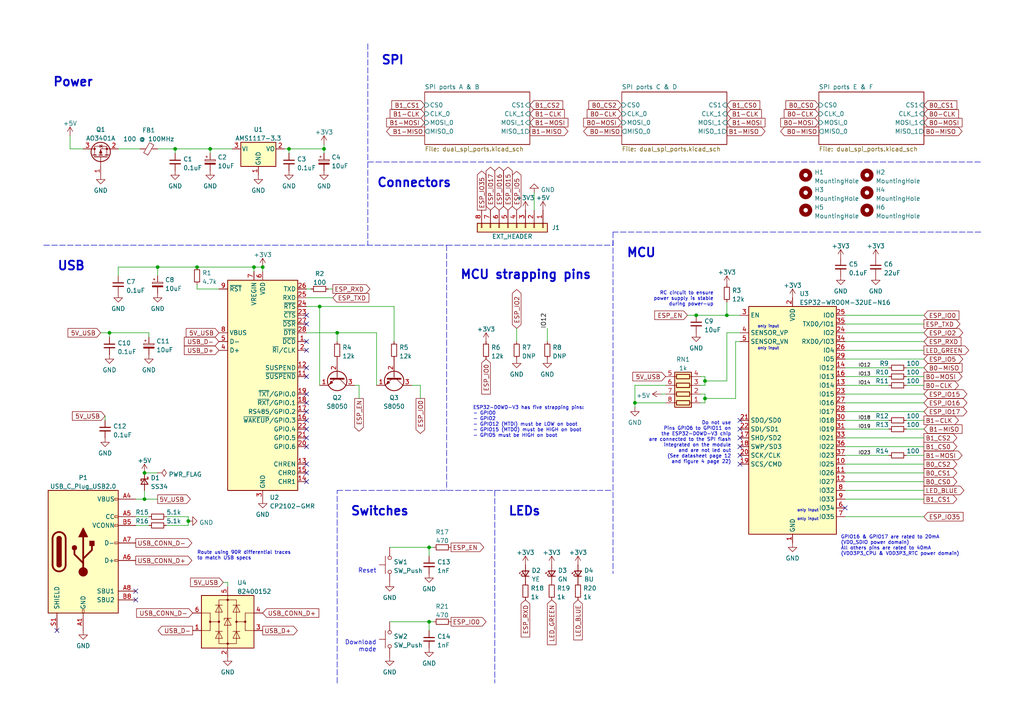
<source format=kicad_sch>
(kicad_sch (version 20211123) (generator eeschema)
  (paper "A4")
  (title_block (title "ESP32 SPI hub") (date "2022-07-05") (rev "1.0") (company "LGR"))
  (junction (at 93.98 43.18))
  (junction (at 97.79 96.52))
  (junction (at 92.71 88.9))
  (junction (at 31.75 96.52))
  (junction (at 76.2 77.47))
  (junction (at 54.61 151.13))
  (junction (at 210.82 91.44))
  (junction (at 124.46 180.34))
  (junction (at 57.15 77.47))
  (junction (at 204.47 115.57))
  (junction (at 50.8 43.18))
  (junction (at 60.96 43.18))
  (junction (at 83.82 43.18))
  (junction (at 204.47 110.49))
  (junction (at 73.66 77.47))
  (junction (at 201.93 91.44))
  (junction (at 184.15 116.84))
  (junction (at 41.91 144.78))
  (junction (at 41.91 137.16))
  (junction (at 124.46 158.75))
  (junction (at 45.72 77.47))
  (no_connect (at 39.37 173.99))
  (no_connect (at 39.37 171.45))
  (no_connect (at 214.63 129.54))
  (no_connect (at 214.63 121.92))
  (no_connect (at 214.63 124.46))
  (no_connect (at 214.63 134.62))
  (no_connect (at 214.63 127))
  (no_connect (at 214.63 132.08))
  (no_connect (at 245.11 147.32))
  (no_connect (at 16.51 182.88))
  (no_connect (at 88.9 121.92))
  (no_connect (at 88.9 129.54))
  (no_connect (at 88.9 119.38))
  (no_connect (at 88.9 124.46))
  (no_connect (at 88.9 127))
  (no_connect (at 88.9 139.7))
  (no_connect (at 88.9 134.62))
  (no_connect (at 88.9 137.16))
  (no_connect (at 88.9 109.22))
  (no_connect (at 88.9 101.6))
  (no_connect (at 88.9 114.3))
  (no_connect (at 88.9 106.68))
  (no_connect (at 88.9 99.06))
  (no_connect (at 88.9 116.84))
  (no_connect (at 88.9 93.98))
  (no_connect (at 88.9 91.44))
  (wire (pts (xy 41.91 144.78) (xy 39.37 144.78)))
  (wire (pts (xy 245.11 119.38) (xy 267.97 119.38)))
  (wire (pts (xy 191.77 114.3) (xy 193.04 114.3)))
  (wire (pts (xy 93.98 43.18) (xy 83.82 43.18)))
  (wire (pts (xy 114.3 99.06) (xy 114.3 88.9)))
  (wire (pts (xy 214.63 99.06) (xy 213.36 99.06)))
  (wire (pts (xy 262.89 132.08) (xy 267.97 132.08)))
  (wire (pts (xy 245.11 91.44) (xy 267.97 91.44)))
  (wire (pts (xy 184.15 116.84) (xy 184.15 118.11)))
  (wire (pts (xy 213.36 115.57) (xy 204.47 115.57)))
  (wire (pts (xy 245.11 109.22) (xy 257.81 109.22)))
  (wire (pts (xy 88.9 86.36) (xy 96.52 86.36)))
  (wire (pts (xy 109.22 111.76) (xy 109.22 96.52)))
  (wire (pts (xy 245.11 106.68) (xy 257.81 106.68)))
  (wire (pts (xy 203.2 116.84) (xy 204.47 116.84)))
  (wire (pts (xy 203.2 111.76) (xy 204.47 111.76)))
  (polyline (pts (xy 284.48 67.31) (xy 177.8 67.31)))
  (wire (pts (xy 154.94 55.88) (xy 154.94 60.96)))
  (wire (pts (xy 245.11 101.6) (xy 267.97 101.6)))
  (wire (pts (xy 203.2 109.22) (xy 204.47 109.22)))
  (wire (pts (xy 245.11 121.92) (xy 257.81 121.92)))
  (wire (pts (xy 93.98 41.91) (xy 93.98 43.18)))
  (wire (pts (xy 45.72 144.78) (xy 41.91 144.78)))
  (wire (pts (xy 83.82 43.18) (xy 83.82 44.45)))
  (wire (pts (xy 245.11 104.14) (xy 267.97 104.14)))
  (wire (pts (xy 54.61 149.86) (xy 54.61 151.13)))
  (wire (pts (xy 124.46 158.75) (xy 113.03 158.75)))
  (wire (pts (xy 34.29 77.47) (xy 45.72 77.47)))
  (wire (pts (xy 204.47 115.57) (xy 204.47 114.3)))
  (wire (pts (xy 109.22 96.52) (xy 97.79 96.52)))
  (wire (pts (xy 45.72 77.47) (xy 45.72 80.01)))
  (wire (pts (xy 245.11 99.06) (xy 267.97 99.06)))
  (polyline (pts (xy 106.68 46.99) (xy 284.48 46.99)))
  (wire (pts (xy 245.11 116.84) (xy 267.97 116.84)))
  (wire (pts (xy 125.73 158.75) (xy 124.46 158.75)))
  (wire (pts (xy 262.89 124.46) (xy 267.97 124.46)))
  (wire (pts (xy 39.37 149.86) (xy 43.18 149.86)))
  (wire (pts (xy 73.66 78.74) (xy 73.66 77.47)))
  (wire (pts (xy 73.66 77.47) (xy 76.2 77.47)))
  (wire (pts (xy 262.89 109.22) (xy 267.97 109.22)))
  (wire (pts (xy 203.2 114.3) (xy 204.47 114.3)))
  (wire (pts (xy 245.11 111.76) (xy 257.81 111.76)))
  (wire (pts (xy 245.11 129.54) (xy 267.97 129.54)))
  (polyline (pts (xy 97.79 198.12) (xy 97.79 142.24)))
  (wire (pts (xy 97.79 96.52) (xy 97.79 99.06)))
  (wire (pts (xy 121.92 115.57) (xy 121.92 111.76)))
  (wire (pts (xy 204.47 109.22) (xy 204.47 110.49)))
  (wire (pts (xy 50.8 44.45) (xy 50.8 43.18)))
  (wire (pts (xy 199.39 91.44) (xy 201.93 91.44)))
  (wire (pts (xy 31.75 96.52) (xy 43.18 96.52)))
  (wire (pts (xy 210.82 96.52) (xy 210.82 110.49)))
  (wire (pts (xy 104.14 111.76) (xy 102.87 111.76)))
  (wire (pts (xy 184.15 111.76) (xy 184.15 116.84)))
  (wire (pts (xy 262.89 111.76) (xy 267.97 111.76)))
  (wire (pts (xy 125.73 180.34) (xy 124.46 180.34)))
  (wire (pts (xy 245.11 127) (xy 267.97 127)))
  (wire (pts (xy 43.18 96.52) (xy 43.18 97.79)))
  (wire (pts (xy 214.63 96.52) (xy 210.82 96.52)))
  (wire (pts (xy 93.98 44.45) (xy 93.98 43.18)))
  (wire (pts (xy 50.8 43.18) (xy 60.96 43.18)))
  (wire (pts (xy 48.26 149.86) (xy 54.61 149.86)))
  (wire (pts (xy 124.46 158.75) (xy 124.46 161.29)))
  (wire (pts (xy 88.9 83.82) (xy 90.17 83.82)))
  (wire (pts (xy 92.71 88.9) (xy 92.71 111.76)))
  (wire (pts (xy 48.26 152.4) (xy 54.61 152.4)))
  (polyline (pts (xy 143.51 142.24) (xy 143.51 198.12)))
  (polyline (pts (xy 177.8 71.12) (xy 177.8 69.85)))
  (wire (pts (xy 245.11 142.24) (xy 267.97 142.24)))
  (wire (pts (xy 124.46 180.34) (xy 113.03 180.34)))
  (wire (pts (xy 39.37 152.4) (xy 43.18 152.4)))
  (wire (pts (xy 201.93 91.44) (xy 210.82 91.44)))
  (wire (pts (xy 95.25 83.82) (xy 96.52 83.82)))
  (wire (pts (xy 30.48 120.65) (xy 30.48 121.92)))
  (wire (pts (xy 57.15 83.82) (xy 63.5 83.82)))
  (wire (pts (xy 245.11 124.46) (xy 257.81 124.46)))
  (wire (pts (xy 262.89 106.68) (xy 267.97 106.68)))
  (wire (pts (xy 210.82 91.44) (xy 214.63 91.44)))
  (wire (pts (xy 60.96 43.18) (xy 60.96 44.45)))
  (wire (pts (xy 158.75 95.25) (xy 158.75 99.06)))
  (wire (pts (xy 20.32 39.37) (xy 20.32 43.18)))
  (polyline (pts (xy 12.7 71.12) (xy 129.54 71.12)))
  (polyline (pts (xy 97.79 142.24) (xy 143.51 142.24)))
  (wire (pts (xy 245.11 144.78) (xy 267.97 144.78)))
  (wire (pts (xy 204.47 116.84) (xy 204.47 115.57)))
  (wire (pts (xy 193.04 111.76) (xy 184.15 111.76)))
  (wire (pts (xy 83.82 43.18) (xy 82.55 43.18)))
  (wire (pts (xy 66.04 168.91) (xy 66.04 170.18)))
  (wire (pts (xy 54.61 152.4) (xy 54.61 151.13)))
  (wire (pts (xy 245.11 93.98) (xy 267.97 93.98)))
  (wire (pts (xy 88.9 88.9) (xy 92.71 88.9)))
  (wire (pts (xy 245.11 149.86) (xy 267.97 149.86)))
  (wire (pts (xy 124.46 180.34) (xy 124.46 182.88)))
  (wire (pts (xy 45.72 77.47) (xy 57.15 77.47)))
  (wire (pts (xy 104.14 115.57) (xy 104.14 111.76)))
  (wire (pts (xy 210.82 110.49) (xy 204.47 110.49)))
  (wire (pts (xy 76.2 78.74) (xy 76.2 77.47)))
  (wire (pts (xy 149.86 95.25) (xy 149.86 99.06)))
  (polyline (pts (xy 129.54 71.12) (xy 177.8 71.12)))
  (wire (pts (xy 184.15 116.84) (xy 193.04 116.84)))
  (polyline (pts (xy 143.51 142.24) (xy 177.8 142.24)))
  (wire (pts (xy 60.96 43.18) (xy 67.31 43.18)))
  (wire (pts (xy 213.36 99.06) (xy 213.36 115.57)))
  (wire (pts (xy 121.92 111.76) (xy 119.38 111.76)))
  (wire (pts (xy 41.91 142.24) (xy 41.91 144.78)))
  (wire (pts (xy 45.72 43.18) (xy 50.8 43.18)))
  (polyline (pts (xy 106.68 12.7) (xy 106.68 71.12)))
  (wire (pts (xy 245.11 139.7) (xy 267.97 139.7)))
  (wire (pts (xy 34.29 43.18) (xy 40.64 43.18)))
  (wire (pts (xy 64.77 168.91) (xy 66.04 168.91)))
  (wire (pts (xy 57.15 77.47) (xy 73.66 77.47)))
  (wire (pts (xy 34.29 80.01) (xy 34.29 77.47)))
  (wire (pts (xy 114.3 88.9) (xy 92.71 88.9)))
  (wire (pts (xy 57.15 82.55) (xy 57.15 83.82)))
  (wire (pts (xy 245.11 132.08) (xy 257.81 132.08)))
  (wire (pts (xy 245.11 134.62) (xy 267.97 134.62)))
  (wire (pts (xy 31.75 96.52) (xy 31.75 97.79)))
  (wire (pts (xy 20.32 43.18) (xy 24.13 43.18)))
  (polyline (pts (xy 129.54 71.12) (xy 129.54 142.24)))
  (wire (pts (xy 29.21 96.52) (xy 31.75 96.52)))
  (wire (pts (xy 245.11 96.52) (xy 267.97 96.52)))
  (wire (pts (xy 245.11 114.3) (xy 267.97 114.3)))
  (polyline (pts (xy 177.8 67.31) (xy 177.8 166.37)))
  (wire (pts (xy 245.11 137.16) (xy 267.97 137.16)))
  (wire (pts (xy 88.9 96.52) (xy 97.79 96.52)))
  (wire (pts (xy 45.72 137.16) (xy 41.91 137.16)))
  (wire (pts (xy 204.47 110.49) (xy 204.47 111.76)))
  (wire (pts (xy 262.89 121.92) (xy 267.97 121.92)))
  (wire (pts (xy 210.82 87.63) (xy 210.82 91.44)))
  (text "only input" (at 219.71 95.25 0) (effects (font (size 0.8 0.8)) (justify left bottom)))
  (text "only input" (at 237.49 148.59 180) (effects (font (size 0.8 0.8)) (justify right bottom)))
  (text "MCU strapping pins" (at 133.35 81.28 0) (effects (font (size 2.54 2.54) (thickness 0.508) bold) (justify left bottom)))
  (text "Power" (at 15.24 25.4 0) (effects (font (size 2.54 2.54) (thickness 0.508) bold) (justify left bottom)))
  (text "only input" (at 237.49 151.13 180) (effects (font (size 0.8 0.8)) (justify right bottom)))
  (text "Download\nmode" (at 109.22 189.23 180) (effects (font (size 1.27 1.27)) (justify right bottom)))
  (text "GPIO16 & GPIO17 are rated to 20mA\n(VDD_SDIO power domain)\nAll others pins are rated to 40mA\n(VDD3P3_CPU & VDD3P3_RTC power domain)" (at 243.84 161.29 0) (effects (font (size 1 1)) (justify left bottom)))
  (text "Connectors" (at 109.22 54.61 0) (effects (font (size 2.54 2.54) (thickness 0.508) bold) (justify left bottom)))
  (text "Route using 90R differential traces\nto match USB specs" (at 57.15 162.56 0) (effects (font (size 1 1)) (justify left bottom)))
  (text "Reset" (at 109.22 166.37 180) (effects (font (size 1.27 1.27)) (justify right bottom)))
  (text "MCU" (at 181.61 74.93 0) (effects (font (size 2.54 2.54) (thickness 0.508) bold) (justify left bottom)))
  (text "USB" (at 16.51 78.74 0) (effects (font (size 2.54 2.54) (thickness 0.508) bold) (justify left bottom)))
  (text "RC circuit to ensure\npower supply is stable\nduring power-up" (at 207.01 88.9 0) (effects (font (size 1 1)) (justify right bottom)))
  (text "SPI" (at 110.49 19.05 0) (effects (font (size 2.54 2.54) (thickness 0.508) bold) (justify left bottom)))
  (text "ESP32-D0WD-V3 has five strapping pins:\n- GPIO0\n- GPIO2\n- GPIO12 (MTDI) must be LOW on boot\n- GPIO15 (MTDO) must be HIGH on boot\n- GPIO5 must be HIGH on boot" (at 137.16 127 0) (effects (font (size 1 1)) (justify left bottom)))
  (text "Switches" (at 101.6 149.86 0) (effects (font (size 2.54 2.54) (thickness 0.508) bold) (justify left bottom)))
  (text "Do not use\nPins GPIO6 to GPIO11 on\nthe ESP32-D0WD-V3 chip\nare connected to the SPI flash\nintegrated on the module\nand are not led out\n(See datasheet page 12\nand figure 4 page 22)" (at 212.09 134.62 0) (effects (font (size 1 1)) (justify right bottom)))
  (text "only input" (at 219.71 101.6 0) (effects (font (size 0.8 0.8)) (justify left bottom)))
  (text "LEDs" (at 147.32 149.86 0) (effects (font (size 2.54 2.54) (thickness 0.508) bold) (justify left bottom)))
  (label "IO12" (at 248.92 106.68 0) (effects (font (size 1 1))))
  (label "IO14" (at 248.92 111.76 0) (effects (font (size 1 1))))
  (label "IO13" (at 248.92 109.22 0) (effects (font (size 1 1))))
  (label "IO18" (at 248.92 121.92 0) (effects (font (size 1 1))))
  (label "IO19" (at 248.92 124.46 0) (effects (font (size 1 1))))
  (label "IO23" (at 248.92 132.08 0) (effects (font (size 1 1))))
  (label "IO12" (at 158.75 95.25 90))
  (global_label "B0-CLK" (shape input) (at 180.34 33.02 180) (property "Intersheet References" "${INTERSHEET_REFS}" (effects hide)))
  (global_label "ESP_RXD" (shape input) (at 152.4 173.99 270) (property "Intersheet References" "${INTERSHEET_REFS}" (effects hide)))
  (global_label "B1-MOSI" (shape input) (at 210.82 35.56 0) (property "Intersheet References" "${INTERSHEET_REFS}" (effects hide)))
  (global_label "USB_CONN_D-" (shape input) (at 55.88 177.8 180) (property "Intersheet References" "${INTERSHEET_REFS}" (effects hide)))
  (global_label "ESP_IO16" (shape bidirectional) (at 267.97 116.84 0) (property "Intersheet References" "${INTERSHEET_REFS}" (effects hide)))
  (global_label "LED_BLUE" (shape output) (at 267.97 142.24 0) (property "Intersheet References" "${INTERSHEET_REFS}" (effects hide)))
  (global_label "B1-MISO" (shape output) (at 123.19 38.1 180) (property "Intersheet References" "${INTERSHEET_REFS}" (effects hide)))
  (global_label "B0-CLK" (shape input) (at 267.97 33.02 0) (property "Intersheet References" "${INTERSHEET_REFS}" (effects hide)))
  (global_label "B1_CS1" (shape input) (at 123.19 30.48 180) (property "Intersheet References" "${INTERSHEET_REFS}" (effects hide)))
  (global_label "ESP_IO15" (shape bidirectional) (at 267.97 114.3 0) (property "Intersheet References" "${INTERSHEET_REFS}" (effects hide)))
  (global_label "ESP_IO16" (shape bidirectional) (at 144.78 60.96 90) (property "Intersheet References" "${INTERSHEET_REFS}" (effects hide)))
  (global_label "ESP_IO0" (shape output) (at 121.92 115.57 270) (property "Intersheet References" "${INTERSHEET_REFS}" (effects hide)))
  (global_label "ESP_RXD" (shape output) (at 96.52 83.82 0) (property "Intersheet References" "${INTERSHEET_REFS}" (effects hide)))
  (global_label "ESP_IO0" (shape input) (at 267.97 91.44 0) (property "Intersheet References" "${INTERSHEET_REFS}" (effects hide)))
  (global_label "ESP_IO5" (shape bidirectional) (at 267.97 104.14 0) (property "Intersheet References" "${INTERSHEET_REFS}" (effects hide)))
  (global_label "ESP_IO17" (shape bidirectional) (at 142.24 60.96 90) (property "Intersheet References" "${INTERSHEET_REFS}" (effects hide)))
  (global_label "B0_CS0" (shape input) (at 237.49 30.48 180) (property "Intersheet References" "${INTERSHEET_REFS}" (effects hide)))
  (global_label "5V_USB" (shape input) (at 30.48 120.65 180) (property "Intersheet References" "${INTERSHEET_REFS}" (effects hide)))
  (global_label "USB_D-" (shape output) (at 55.88 182.88 180) (property "Intersheet References" "${INTERSHEET_REFS}" (effects hide)))
  (global_label "ESP_EN" (shape input) (at 199.39 91.44 180) (property "Intersheet References" "${INTERSHEET_REFS}" (effects hide)))
  (global_label "B1_CS0" (shape input) (at 210.82 30.48 0) (property "Intersheet References" "${INTERSHEET_REFS}" (effects hide)))
  (global_label "B1-MOSI" (shape input) (at 123.19 35.56 180) (property "Intersheet References" "${INTERSHEET_REFS}" (effects hide)))
  (global_label "5V_USB" (shape input) (at 64.77 168.91 180) (property "Intersheet References" "${INTERSHEET_REFS}" (effects hide)))
  (global_label "ESP_IO0" (shape output) (at 130.81 180.34 0) (property "Intersheet References" "${INTERSHEET_REFS}" (effects hide)))
  (global_label "B1_CS0" (shape output) (at 267.97 129.54 0) (property "Intersheet References" "${INTERSHEET_REFS}" (effects hide)))
  (global_label "USB_CONN_D+" (shape input) (at 76.2 177.8 0) (property "Intersheet References" "${INTERSHEET_REFS}" (effects hide)))
  (global_label "5V_USB" (shape output) (at 45.72 144.78 0) (property "Intersheet References" "${INTERSHEET_REFS}" (effects hide)))
  (global_label "LED_GREEN" (shape input) (at 160.02 173.99 270) (property "Intersheet References" "${INTERSHEET_REFS}" (effects hide)))
  (global_label "B0-MISO" (shape output) (at 237.49 38.1 180) (property "Intersheet References" "${INTERSHEET_REFS}" (effects hide)))
  (global_label "LED_BLUE" (shape input) (at 167.64 173.99 270) (property "Intersheet References" "${INTERSHEET_REFS}" (effects hide)))
  (global_label "5V_USB" (shape input) (at 193.04 109.22 180) (property "Intersheet References" "${INTERSHEET_REFS}" (effects hide)))
  (global_label "ESP_RXD" (shape input) (at 267.97 99.06 0) (property "Intersheet References" "${INTERSHEET_REFS}" (effects hide)))
  (global_label "B0-CLK" (shape input) (at 237.49 33.02 180) (property "Intersheet References" "${INTERSHEET_REFS}" (effects hide)))
  (global_label "ESP_IO35" (shape output) (at 139.7 60.96 90) (property "Intersheet References" "${INTERSHEET_REFS}" (effects hide)))
  (global_label "B1-MISO" (shape output) (at 153.67 38.1 0) (property "Intersheet References" "${INTERSHEET_REFS}" (effects hide)))
  (global_label "ESP_TXD" (shape input) (at 96.52 86.36 0) (property "Intersheet References" "${INTERSHEET_REFS}" (effects hide)))
  (global_label "B0-MOSI" (shape input) (at 237.49 35.56 180) (property "Intersheet References" "${INTERSHEET_REFS}" (effects hide)))
  (global_label "USB_D-" (shape input) (at 63.5 99.06 180) (property "Intersheet References" "${INTERSHEET_REFS}" (effects hide)))
  (global_label "B0-MISO" (shape output) (at 267.97 38.1 0) (property "Intersheet References" "${INTERSHEET_REFS}" (effects hide)))
  (global_label "USB_CONN_D+" (shape output) (at 39.37 162.56 0) (property "Intersheet References" "${INTERSHEET_REFS}" (effects hide)))
  (global_label "ESP_IO0" (shape input) (at 140.97 104.14 270) (property "Intersheet References" "${INTERSHEET_REFS}" (effects hide)))
  (global_label "B0_CS2" (shape input) (at 180.34 30.48 180) (property "Intersheet References" "${INTERSHEET_REFS}" (effects hide)))
  (global_label "USB_D+" (shape input) (at 63.5 101.6 180) (property "Intersheet References" "${INTERSHEET_REFS}" (effects hide)))
  (global_label "B1-MOSI" (shape output) (at 267.97 132.08 0) (property "Intersheet References" "${INTERSHEET_REFS}" (effects hide)))
  (global_label "ESP_IO17" (shape bidirectional) (at 267.97 119.38 0) (property "Intersheet References" "${INTERSHEET_REFS}" (effects hide)))
  (global_label "B0_CS1" (shape input) (at 267.97 30.48 0) (property "Intersheet References" "${INTERSHEET_REFS}" (effects hide)))
  (global_label "B1_CS1" (shape output) (at 267.97 144.78 0) (property "Intersheet References" "${INTERSHEET_REFS}" (effects hide)))
  (global_label "B1-CLK" (shape input) (at 123.19 33.02 180) (property "Intersheet References" "${INTERSHEET_REFS}" (effects hide)))
  (global_label "B1_CS2" (shape input) (at 153.67 30.48 0) (property "Intersheet References" "${INTERSHEET_REFS}" (effects hide)))
  (global_label "B0-MISO" (shape output) (at 180.34 38.1 180) (property "Intersheet References" "${INTERSHEET_REFS}" (effects hide)))
  (global_label "B1-CLK" (shape output) (at 267.97 121.92 0) (property "Intersheet References" "${INTERSHEET_REFS}" (effects hide)))
  (global_label "B0-MOSI" (shape input) (at 267.97 35.56 0) (property "Intersheet References" "${INTERSHEET_REFS}" (effects hide)))
  (global_label "B0-CLK" (shape output) (at 267.97 111.76 0) (property "Intersheet References" "${INTERSHEET_REFS}" (effects hide)))
  (global_label "ESP_EN" (shape output) (at 104.14 115.57 270) (property "Intersheet References" "${INTERSHEET_REFS}" (effects hide)))
  (global_label "ESP_IO5" (shape bidirectional) (at 149.86 60.96 90) (property "Intersheet References" "${INTERSHEET_REFS}" (effects hide)))
  (global_label "ESP_IO35" (shape input) (at 267.97 149.86 0) (property "Intersheet References" "${INTERSHEET_REFS}" (effects hide)))
  (global_label "B1-CLK" (shape input) (at 153.67 33.02 0) (property "Intersheet References" "${INTERSHEET_REFS}" (effects hide)))
  (global_label "USB_CONN_D-" (shape output) (at 39.37 157.48 0) (property "Intersheet References" "${INTERSHEET_REFS}" (effects hide)))
  (global_label "5V_USB" (shape input) (at 29.21 96.52 180) (property "Intersheet References" "${INTERSHEET_REFS}" (effects hide)))
  (global_label "ESP_IO2" (shape bidirectional) (at 267.97 96.52 0) (property "Intersheet References" "${INTERSHEET_REFS}" (effects hide)))
  (global_label "B0_CS2" (shape output) (at 267.97 134.62 0) (property "Intersheet References" "${INTERSHEET_REFS}" (effects hide)))
  (global_label "B1-MISO" (shape input) (at 267.97 124.46 0) (property "Intersheet References" "${INTERSHEET_REFS}" (effects hide)))
  (global_label "B1-MISO" (shape output) (at 210.82 38.1 0) (property "Intersheet References" "${INTERSHEET_REFS}" (effects hide)))
  (global_label "B1-CLK" (shape input) (at 210.82 33.02 0) (property "Intersheet References" "${INTERSHEET_REFS}" (effects hide)))
  (global_label "B0-MOSI" (shape output) (at 267.97 109.22 0) (property "Intersheet References" "${INTERSHEET_REFS}" (effects hide)))
  (global_label "B0_CS1" (shape output) (at 267.97 137.16 0) (property "Intersheet References" "${INTERSHEET_REFS}" (effects hide)))
  (global_label "ESP_TXD" (shape output) (at 267.97 93.98 0) (property "Intersheet References" "${INTERSHEET_REFS}" (effects hide)))
  (global_label "B0-MOSI" (shape input) (at 180.34 35.56 180) (property "Intersheet References" "${INTERSHEET_REFS}" (effects hide)))
  (global_label "5V_USB" (shape input) (at 63.5 96.52 180) (property "Intersheet References" "${INTERSHEET_REFS}" (effects hide)))
  (global_label "ESP_EN" (shape output) (at 130.81 158.75 0) (property "Intersheet References" "${INTERSHEET_REFS}" (effects hide)))
  (global_label "LED_GREEN" (shape output) (at 267.97 101.6 0) (property "Intersheet References" "${INTERSHEET_REFS}" (effects hide)))
  (global_label "B0-MISO" (shape input) (at 267.97 106.68 0) (property "Intersheet References" "${INTERSHEET_REFS}" (effects hide)))
  (global_label "B1_CS2" (shape output) (at 267.97 127 0) (property "Intersheet References" "${INTERSHEET_REFS}" (effects hide)))
  (global_label "B0_CS0" (shape output) (at 267.97 139.7 0) (property "Intersheet References" "${INTERSHEET_REFS}" (effects hide)))
  (global_label "B1-MOSI" (shape input) (at 153.67 35.56 0) (property "Intersheet References" "${INTERSHEET_REFS}" (effects hide)))
  (global_label "ESP_IO2" (shape bidirectional) (at 149.86 95.25 90) (property "Intersheet References" "${INTERSHEET_REFS}" (effects hide)))
  (global_label "USB_D+" (shape output) (at 76.2 182.88 0) (property "Intersheet References" "${INTERSHEET_REFS}" (effects hide)))
  (global_label "ESP_IO15" (shape bidirectional) (at 147.32 60.96 90) (property "Intersheet References" "${INTERSHEET_REFS}" (effects hide)))
  (symbol (lib_id "Mechanical:MountingHole") (at 233.68 60.96 0) (unit 1)
    (property "Reference" "H5" (at 236.22 60.1253 0) (effects (justify left)))
    (property "Value" "MountingHole" (at 236.22 62.6622 0) (effects (justify left)))
    (property "Footprint" "MountingHole:MountingHole_3mm" (effects hide))
    (property "LCSC" "-" (effects hide))
  )
  (symbol (lib_id "power:GND") (at 83.82 49.53 0) (unit 1)
    (property "Reference" "#PWR05" (effects hide))
    (property "Value" "GND" (at 83.82 53.9734 0))
  )
  (symbol (lib_id "power:GND") (at 154.94 55.88 180) (unit 1)
    (property "Reference" "#PWR09" (effects hide))
    (property "Value" "GND" (at 156.845 55.0438 0) (effects (justify right)))
  )
  (symbol (lib_id "power:GND") (at 34.29 85.09 0) (unit 1)
    (property "Reference" "#PWR018" (effects hide))
    (property "Value" "GND" (at 34.29 89.5334 0))
  )
  (symbol (lib_id "Device:C_Small") (at 30.48 124.46 0) (unit 1)
    (property "Reference" "C12" (at 32.8041 123.6316 0) (effects (justify left)))
    (property "Value" "0.1uF" (at 32.8041 126.1685 0) (effects (justify left)))
    (property "Footprint" "Capacitor_SMD:C_0402_1005Metric" (effects hide))
    (property "LCSC" "C1525" (effects hide))
  )
  (symbol (lib_id "power:+3.3V") (at 140.97 99.06 0) (unit 1)
    (property "Reference" "#PWR022" (effects hide))
    (property "Value" "+3.3V" (at 140.97 95.4842 0))
  )
  (symbol (lib_id "Device:R_Small") (at 260.35 109.22 90) (unit 1)
    (property "Reference" "R10" (at 257.81 107.95 90) (effects (justify left)))
    (property "Value" "100" (at 262.89 107.95 90) (effects (justify right)))
    (property "Footprint" "Resistor_SMD:R_0402_1005Metric" (effects hide))
    (property "LCSC" "C25076" (effects hide))
  )
  (symbol (lib_id "power:+5V") (at 20.32 39.37 0) (unit 1)
    (property "Reference" "#PWR01" (effects hide))
    (property "Value" "+5V" (at 20.32 35.7942 0))
  )
  (symbol (lib_id "Mechanical:MountingHole") (at 251.46 60.96 0) (unit 1)
    (property "Reference" "H6" (at 254 60.1253 0) (effects (justify left)))
    (property "Value" "MountingHole" (at 254 62.6622 0) (effects (justify left)))
    (property "Footprint" "MountingHole:MountingHole_3mm" (effects hide))
    (property "LCSC" "-" (effects hide))
  )
  (symbol (lib_id "power:GND") (at 124.46 166.37 0) (unit 1)
    (property "Reference" "#PWR037" (effects hide))
    (property "Value" "GND" (at 124.46 170.8134 0))
  )
  (symbol (lib_id "Mechanical:MountingHole") (at 251.46 50.8 0) (unit 1)
    (property "Reference" "H2" (at 254 49.9653 0) (effects (justify left)))
    (property "Value" "MountingHole" (at 254 52.5022 0) (effects (justify left)))
    (property "Footprint" "MountingHole:MountingHole_3mm" (effects hide))
    (property "LCSC" "-" (effects hide))
  )
  (symbol (lib_id "Device:R_Small") (at 167.64 171.45 0) (unit 1)
    (property "Reference" "R20" (at 169.1386 170.6153 0) (effects (justify left)))
    (property "Value" "1k" (at 169.1386 173.1522 0) (effects (justify left)))
    (property "Footprint" "Resistor_SMD:R_0402_1005Metric" (effects hide))
    (property "LCSC" "C11702" (effects hide))
  )
  (symbol (lib_id "power:+3.3V") (at 160.02 163.83 0) (unit 1)
    (property "Reference" "#PWR035" (effects hide))
    (property "Value" "+3.3V" (at 160.02 160.2542 0))
  )
  (symbol (lib_id "power:+5V") (at 157.48 60.96 0) (unit 1)
    (property "Reference" "#PWR011" (effects hide))
    (property "Value" "+5V" (at 157.48 57.3842 0))
  )
  (symbol (lib_id "power:GND") (at 113.03 168.91 0) (unit 1)
    (property "Reference" "#PWR038" (effects hide))
    (property "Value" "GND" (at 113.03 173.3534 0))
  )
  (symbol (lib_id "power:GND") (at 30.48 127 0) (unit 1)
    (property "Reference" "#PWR029" (effects hide))
    (property "Value" "GND" (at 30.48 131.4434 0))
  )
  (symbol (lib_id "power:GND") (at 50.8 49.53 0) (unit 1)
    (property "Reference" "#PWR03" (effects hide))
    (property "Value" "GND" (at 50.8 53.9734 0))
  )
  (symbol (lib_id "Device:R_Small") (at 260.35 121.92 90) (unit 1)
    (property "Reference" "R12" (at 257.81 120.65 90) (effects (justify left)))
    (property "Value" "100" (at 262.89 120.65 90) (effects (justify right)))
    (property "Footprint" "Resistor_SMD:R_0402_1005Metric" (effects hide))
    (property "LCSC" "C25076" (effects hide))
  )
  (symbol (lib_id "Power_Protection:USBLC6-2P6") (at 66.04 180.34 0) (unit 1)
    (property "Reference" "U4" (at 68.8087 169.0202 0) (effects (justify left)))
    (property "Value" "82400152" (at 68.8087 171.5571 0) (effects (justify left)))
    (property "Footprint" "Package_TO_SOT_SMD:SOT-563" (effects hide))
    (property "Datasheet" "https://www.st.com/resource/en/datasheet/usblc6-2.pdf" (effects hide))
    (property "LCSC" "-" (effects hide))
  )
  (symbol (lib_id "Device:R_Small") (at 149.86 101.6 0) (unit 1)
    (property "Reference" "R7" (at 151.3586 100.7653 0) (effects (justify left)))
    (property "Value" "DNP" (at 151.3586 103.3022 0) (effects (justify left)))
    (property "Footprint" "Resistor_SMD:R_0402_1005Metric" (effects hide))
    (property "LCSC" "-" (effects hide))
  )
  (symbol (lib_id "power:+3.3V") (at 254 74.93 0) (unit 1)
    (property "Reference" "#PWR013" (effects hide))
    (property "Value" "+3.3V" (at 254 71.3542 0))
  )
  (symbol (lib_id "power:GND") (at 24.13 182.88 0) (unit 1)
    (property "Reference" "#PWR039" (effects hide))
    (property "Value" "GND" (at 24.13 187.3234 0))
  )
  (symbol (lib_id "Mechanical:MountingHole") (at 251.46 55.88 0) (unit 1)
    (property "Reference" "H4" (at 254 55.0453 0) (effects (justify left)))
    (property "Value" "MountingHole" (at 254 57.5822 0) (effects (justify left)))
    (property "Footprint" "MountingHole:MountingHole_3mm" (effects hide))
    (property "LCSC" "-" (effects hide))
  )
  (symbol (lib_id "Device:R_Small") (at 97.79 101.6 0) (unit 1)
    (property "Reference" "R4" (at 99.2886 100.7653 0) (effects (justify left)))
    (property "Value" "12k" (at 99.2886 103.3022 0) (effects (justify left)))
    (property "Footprint" "Resistor_SMD:R_0402_1005Metric" (effects hide))
    (property "LCSC" "C25752" (effects hide))
  )
  (symbol (lib_id "Device:R_Small") (at 260.35 111.76 90) (unit 1)
    (property "Reference" "R11" (at 257.81 110.49 90) (effects (justify left)))
    (property "Value" "100" (at 262.89 110.49 90) (effects (justify right)))
    (property "Footprint" "Resistor_SMD:R_0402_1005Metric" (effects hide))
    (property "LCSC" "C25076" (effects hide))
  )
  (symbol (lib_id "Device:R_Small") (at 260.35 124.46 90) (unit 1)
    (property "Reference" "R13" (at 257.81 123.19 90) (effects (justify left)))
    (property "Value" "100" (at 262.89 123.19 90) (effects (justify right)))
    (property "Footprint" "Resistor_SMD:R_0402_1005Metric" (effects hide))
    (property "LCSC" "C25076" (effects hide))
  )
  (symbol (lib_id "Device:R_Small") (at 57.15 80.01 0) (unit 1)
    (property "Reference" "R1" (at 58.6486 79.1753 0) (effects (justify left)))
    (property "Value" "4.7k" (at 58.6486 81.7122 0) (effects (justify left)))
    (property "Footprint" "Resistor_SMD:R_0402_1005Metric" (effects hide))
    (property "LCSC" "C25900" (effects hide))
  )
  (symbol (lib_id "Transistor_BJT:S8050") (at 114.3 109.22 270) (unit 1)
    (property "Reference" "Q3" (at 114.3 115.3398 90))
    (property "Value" "S8050" (at 114.3 117.8767 90))
    (property "Footprint" "Package_TO_SOT_SMD:SOT-23" (effects hide))
    (property "Datasheet" "http://www.unisonic.com.tw/datasheet/S8050.pdf" (effects hide))
    (property "LCSC" "C2146" (effects hide))
    (property "JLCPCB_CORRECTION" "0;0;180" (effects hide))
  )
  (symbol (lib_id "Device:FerriteBead_Small") (at 43.18 43.18 90) (unit 1)
    (property "Reference" "FB1" (at 43.1419 37.7784 90))
    (property "Value" "100 @ 100MHz" (at 43.1419 40.3153 90))
    (property "Footprint" "Resistor_SMD:R_0805_2012Metric" (effects hide))
    (property "Datasheet" "https://datasheet.lcsc.com/lcsc/2111221630_Sunlord-GZ2012D101TF_C1015.pdf" (effects hide))
    (property "LCSC" "C1015" (effects hide))
  )
  (symbol (lib_id "Device:C_Small") (at 124.46 185.42 0) (unit 1)
    (property "Reference" "C14" (at 126.7841 184.5916 0) (effects (justify left)))
    (property "Value" "1nF" (at 126.7841 187.1285 0) (effects (justify left)))
    (property "Footprint" "Capacitor_SMD:C_0402_1005Metric" (effects hide))
    (property "LCSC" "C1523" (effects hide))
  )
  (symbol (lib_id "power:+3.3V") (at 76.2 77.47 0) (unit 1)
    (property "Reference" "#PWR014" (effects hide))
    (property "Value" "+3.3V" (at 76.2 73.8942 0))
  )
  (symbol (lib_id "Mechanical:MountingHole") (at 233.68 50.8 0) (unit 1)
    (property "Reference" "H1" (at 236.22 49.9653 0) (effects (justify left)))
    (property "Value" "MountingHole" (at 236.22 52.5022 0) (effects (justify left)))
    (property "Footprint" "MountingHole:MountingHole_3mm" (effects hide))
    (property "LCSC" "-" (effects hide))
  )
  (symbol (lib_id "Device:LED_Small") (at 160.02 166.37 90) (unit 1)
    (property "Reference" "D3" (at 161.798 165.4718 90) (effects (justify right)))
    (property "Value" "GN" (at 161.798 168.0087 90) (effects (justify right)))
    (property "Footprint" "LED_SMD:LED_0603_1608Metric" (effects hide))
    (property "LCSC" "C72043" (effects hide))
  )
  (symbol (lib_id "power:GND") (at 201.93 96.52 0) (unit 1)
    (property "Reference" "#PWR021" (effects hide))
    (property "Value" "GND" (at 201.93 100.9634 0))
  )
  (symbol (lib_id "Device:C_Polarized_Small") (at 43.18 100.33 0) (unit 1)
    (property "Reference" "C11" (at 45.339 98.9492 0) (effects (justify left)))
    (property "Value" "10uF" (at 45.339 101.4861 0) (effects (justify left)))
    (property "Footprint" "Capacitor_Tantalum_SMD:CP_EIA-3216-18_Kemet-A" (effects hide))
    (property "LCSC" "C7171" (effects hide))
    (property "JLCPCB_CORRECTION" "0;0;180" (effects hide))
  )
  (symbol (lib_id "power:+3.3V") (at 210.82 82.55 0) (unit 1)
    (property "Reference" "#PWR017" (effects hide))
    (property "Value" "+3.3V" (at 210.82 78.9742 0))
  )
  (symbol (lib_id "Transistor_FET:AO3401A") (at 29.21 45.72 90) (unit 1)
    (property "Reference" "Q1" (at 29.21 37.5752 90))
    (property "Value" "AO3401A" (at 29.21 40.1121 90))
    (property "Footprint" "Package_TO_SOT_SMD:SOT-23" (effects hide))
    (property "Datasheet" "http://www.aosmd.com/pdfs/datasheet/AO3401A.pdf" (effects hide))
    (property "LCSC" "C15127" (effects hide))
    (property "JLCPCB_CORRECTION" "0;0;180" (effects hide))
  )
  (symbol (lib_id "power:+3.3V") (at 93.98 41.91 0) (unit 1)
    (property "Reference" "#PWR02" (effects hide))
    (property "Value" "+3.3V" (at 93.98 38.3342 0))
  )
  (symbol (lib_id "power:GND") (at 243.84 80.01 0) (unit 1)
    (property "Reference" "#PWR015" (effects hide))
    (property "Value" "GND" (at 243.84 84.4534 0))
  )
  (symbol (lib_id "power:GND") (at 29.21 50.8 0) (unit 1)
    (property "Reference" "#PWR07" (effects hide))
    (property "Value" "GND" (at 29.21 55.2434 0))
  )
  (symbol (lib_id "power:GND") (at 31.75 102.87 0) (unit 1)
    (property "Reference" "#PWR023" (effects hide))
    (property "Value" "GND" (at 31.75 107.3134 0))
  )
  (symbol (lib_id "power:GND") (at 45.72 85.09 0) (unit 1)
    (property "Reference" "#PWR019" (effects hide))
    (property "Value" "GND" (at 45.72 89.5334 0))
  )
  (symbol (lib_id "Device:R_Small") (at 114.3 101.6 0) (unit 1)
    (property "Reference" "R5" (at 115.7986 100.7653 0) (effects (justify left)))
    (property "Value" "12k" (at 115.7986 103.3022 0) (effects (justify left)))
    (property "Footprint" "Resistor_SMD:R_0402_1005Metric" (effects hide))
    (property "LCSC" "C25752" (effects hide))
  )
  (symbol (lib_id "Device:LED_Small") (at 152.4 166.37 90) (unit 1)
    (property "Reference" "D2" (at 154.178 165.4718 90) (effects (justify right)))
    (property "Value" "YE" (at 154.178 168.0087 90) (effects (justify right)))
    (property "Footprint" "LED_SMD:LED_0603_1608Metric" (effects hide))
    (property "LCSC" "C72038" (effects hide))
  )
  (symbol (lib_id "Device:R_Small") (at 260.35 132.08 90) (unit 1)
    (property "Reference" "R14" (at 257.81 130.81 90) (effects (justify left)))
    (property "Value" "100" (at 262.89 130.81 90) (effects (justify right)))
    (property "Footprint" "Resistor_SMD:R_0402_1005Metric" (effects hide))
    (property "LCSC" "C25076" (effects hide))
  )
  (symbol (lib_id "power:GND") (at 113.03 190.5 0) (unit 1)
    (property "Reference" "#PWR042" (effects hide))
    (property "Value" "GND" (at 113.03 194.9434 0))
  )
  (symbol (lib_id "Regulator_Linear:AMS1117-3.3") (at 74.93 43.18 0) (unit 1)
    (property "Reference" "U1" (at 74.93 37.5752 0))
    (property "Value" "AMS1117-3.3" (at 74.93 40.1121 0))
    (property "Footprint" "Package_TO_SOT_SMD:SOT-223-3_TabPin2" (effects hide))
    (property "Datasheet" "http://www.advanced-monolithic.com/pdf/ds1117.pdf" (effects hide))
    (property "LCSC" "C6186" (effects hide))
    (property "JLCPCB_CORRECTION" "0;0;180" (effects hide))
  )
  (symbol (lib_id "RF_Module:ESP32-WROOM-32U") (at 229.87 121.92 0) (unit 1)
    (property "Reference" "U3" (at 231.8894 85.2002 0) (effects (justify left)))
    (property "Value" "ESP32-WROOM-32UE-N16" (at 231.8894 87.7371 0) (effects (justify left)))
    (property "Footprint" "RF_Module:ESP32-WROOM-32U" (effects hide))
    (property "Datasheet" "https://www.espressif.com/sites/default/files/documentation/esp32-wroom-32e_esp32-wroom-32ue_datasheet_en.pdf" (effects hide))
    (property "LCSC" "-" (effects hide))
  )
  (symbol (lib_id "Device:R_Pack04") (at 198.12 111.76 90) (unit 1)
    (property "Reference" "RN1" (at 198.12 104.2502 90))
    (property "Value" "1k" (at 198.12 106.7871 90))
    (property "Footprint" "Resistor_SMD:R_Array_Convex_4x0603" (effects hide))
    (property "LCSC" "C20197" (effects hide))
    (property "JLCPCB_CORRECTION" "0;0;90" (effects hide))
  )
  (symbol (lib_id "Interface_USB:CP2102N-Axx-xQFN28") (at 76.2 111.76 0) (unit 1)
    (property "Reference" "U2" (at 78.2194 144.2704 0) (effects (justify left)))
    (property "Value" "CP2102-GMR" (at 78.2194 146.8073 0) (effects (justify left)))
    (property "Footprint" "Package_DFN_QFN:QFN-28-1EP_5x5mm_P0.5mm_EP3.35x3.35mm" (effects hide))
    (property "Datasheet" "https://datasheet.lcsc.com/lcsc/1811081920_SILICON-LABS-CP2102-GMR_C6568.pdf" (effects hide))
    (property "LCSC" "C6568" (effects hide))
    (property "JLCPCB_CORRECTION" "0;0;270" (effects hide))
  )
  (symbol (lib_id "Device:C_Small") (at 201.93 93.98 0) (unit 1)
    (property "Reference" "C9" (at 204.2541 93.1516 0) (effects (justify left)))
    (property "Value" "10uF" (at 204.2541 95.6885 0) (effects (justify left)))
    (property "Footprint" "Capacitor_SMD:C_0402_1005Metric" (effects hide))
    (property "LCSC" "C15525" (effects hide))
  )
  (symbol (lib_id "Device:D_Schottky_Small") (at 41.91 139.7 270) (unit 1)
    (property "Reference" "D1" (at 43.688 138.6113 90) (effects (justify left)))
    (property "Value" "SS34" (at 43.688 141.1482 90) (effects (justify left)))
    (property "Footprint" "Diode_SMD:D_SMA" (effects hide))
    (property "LCSC" "C8678" (effects hide))
  )
  (symbol (lib_id "Device:C_Polarized_Small") (at 45.72 82.55 0) (unit 1)
    (property "Reference" "C8" (at 47.879 81.1692 0) (effects (justify left)))
    (property "Value" "10uF" (at 47.879 83.7061 0) (effects (justify left)))
    (property "Footprint" "Capacitor_Tantalum_SMD:CP_EIA-3216-18_Kemet-A" (effects hide))
    (property "LCSC" "C7171" (effects hide))
    (property "JLCPCB_CORRECTION" "0;0;180" (effects hide))
  )
  (symbol (lib_id "power:+5V") (at 41.91 137.16 0) (unit 1)
    (property "Reference" "#PWR030" (effects hide))
    (property "Value" "+5V" (at 41.91 133.5842 0))
  )
  (symbol (lib_id "Device:R_Small") (at 158.75 101.6 0) (unit 1)
    (property "Reference" "R8" (at 160.2486 100.7653 0) (effects (justify left)))
    (property "Value" "DNP" (at 160.2486 103.3022 0) (effects (justify left)))
    (property "Footprint" "Resistor_SMD:R_0402_1005Metric" (effects hide))
    (property "LCSC" "-" (effects hide))
  )
  (symbol (lib_id "power:+3.3V") (at 243.84 74.93 0) (unit 1)
    (property "Reference" "#PWR012" (effects hide))
    (property "Value" "+3.3V" (at 243.84 71.3542 0))
  )
  (symbol (lib_id "power:GND") (at 54.61 151.13 90) (unit 1)
    (property "Reference" "#PWR032" (effects hide))
    (property "Value" "GND" (at 57.785 151.5638 90) (effects (justify right)))
  )
  (symbol (lib_id "Device:R_Small") (at 160.02 171.45 0) (unit 1)
    (property "Reference" "R19" (at 161.5186 170.6153 0) (effects (justify left)))
    (property "Value" "1k" (at 161.5186 173.1522 0) (effects (justify left)))
    (property "Footprint" "Resistor_SMD:R_0402_1005Metric" (effects hide))
    (property "LCSC" "C11702" (effects hide))
  )
  (symbol (lib_id "power:GND") (at 66.04 190.5 0) (unit 1)
    (property "Reference" "#PWR041" (effects hide))
    (property "Value" "GND" (at 66.04 194.9434 0))
  )
  (symbol (lib_id "power:GND") (at 149.86 104.14 0) (unit 1)
    (property "Reference" "#PWR025" (effects hide))
    (property "Value" "GND" (at 149.86 108.5834 0))
  )
  (symbol (lib_id "power:GND") (at 254 80.01 0) (unit 1)
    (property "Reference" "#PWR016" (effects hide))
    (property "Value" "GND" (at 254 84.4534 0))
  )
  (symbol (lib_id "Device:R_Small") (at 45.72 152.4 90) (unit 1)
    (property "Reference" "R16" (at 43.18 151.13 90) (effects (justify left)))
    (property "Value" "5.1k" (at 48.26 151.13 90) (effects (justify right)))
    (property "Footprint" "Resistor_SMD:R_0402_1005Metric" (effects hide))
    (property "LCSC" "C25905" (effects hide))
  )
  (symbol (lib_id "Device:C_Small") (at 50.8 46.99 0) (unit 1)
    (property "Reference" "C1" (at 53.1241 46.1616 0) (effects (justify left)))
    (property "Value" "0.1uF" (at 53.1241 48.6985 0) (effects (justify left)))
    (property "Footprint" "Capacitor_SMD:C_0402_1005Metric" (effects hide))
    (property "LCSC" "C1525" (effects hide))
  )
  (symbol (lib_id "Device:R_Small") (at 45.72 149.86 90) (unit 1)
    (property "Reference" "R15" (at 43.18 148.59 90) (effects (justify left)))
    (property "Value" "5.1k" (at 48.26 148.59 90) (effects (justify right)))
    (property "Footprint" "Resistor_SMD:R_0402_1005Metric" (effects hide))
    (property "LCSC" "C25905" (effects hide))
  )
  (symbol (lib_id "Device:C_Polarized_Small") (at 93.98 46.99 0) (unit 1)
    (property "Reference" "C4" (at 96.139 45.6092 0) (effects (justify left)))
    (property "Value" "10uF" (at 96.139 48.1461 0) (effects (justify left)))
    (property "Footprint" "Capacitor_Tantalum_SMD:CP_EIA-3216-18_Kemet-A" (effects hide))
    (property "LCSC" "C7171" (effects hide))
    (property "JLCPCB_CORRECTION" "0;0;180" (effects hide))
  )
  (symbol (lib_id "Device:C_Small") (at 254 77.47 0) (unit 1)
    (property "Reference" "C6" (at 256.3241 76.6416 0) (effects (justify left)))
    (property "Value" "22uF" (at 256.3241 79.1785 0) (effects (justify left)))
    (property "Footprint" "Capacitor_SMD:C_0603_1608Metric" (effects hide))
    (property "LCSC" "C59461" (effects hide))
  )
  (symbol (lib_id "Device:C_Small") (at 31.75 100.33 0) (unit 1)
    (property "Reference" "C10" (at 34.0741 99.5016 0) (effects (justify left)))
    (property "Value" "0.1uF" (at 34.0741 102.0385 0) (effects (justify left)))
    (property "Footprint" "Capacitor_SMD:C_0402_1005Metric" (effects hide))
    (property "LCSC" "C1525" (effects hide))
  )
  (symbol (lib_id "power:GND") (at 158.75 104.14 0) (unit 1)
    (property "Reference" "#PWR026" (effects hide))
    (property "Value" "GND" (at 158.75 108.5834 0))
  )
  (symbol (lib_id "power:GND") (at 124.46 187.96 0) (unit 1)
    (property "Reference" "#PWR040" (effects hide))
    (property "Value" "GND" (at 124.46 192.4034 0))
  )
  (symbol (lib_id "Switch:SW_Push") (at 113.03 163.83 90) (unit 1)
    (property "Reference" "SW1" (at 114.173 162.9953 90) (effects (justify right)))
    (property "Value" "SW_Push" (at 114.173 165.5322 90) (effects (justify right)))
    (property "Footprint" "Button_Switch_SMD:SW_SPST_B3U-1000P-B" (effects hide))
    (property "LCSC" "-" (effects hide))
  )
  (symbol (lib_id "Device:R_Small") (at 140.97 101.6 0) (unit 1)
    (property "Reference" "R6" (at 142.4686 100.7653 0) (effects (justify left)))
    (property "Value" "12k" (at 142.4686 103.3022 0) (effects (justify left)))
    (property "Footprint" "Resistor_SMD:R_0402_1005Metric" (effects hide))
    (property "LCSC" "C25752" (effects hide))
  )
  (symbol (lib_id "power:+3.3V") (at 152.4 60.96 0) (unit 1)
    (property "Reference" "#PWR010" (effects hide))
    (property "Value" "+3.3V" (at 152.4 57.3842 0))
  )
  (symbol (lib_id "Device:R_Small") (at 260.35 106.68 90) (unit 1)
    (property "Reference" "R9" (at 257.81 105.41 90) (effects (justify left)))
    (property "Value" "100" (at 262.89 105.41 90) (effects (justify right)))
    (property "Footprint" "Resistor_SMD:R_0402_1005Metric" (effects hide))
    (property "LCSC" "C25076" (effects hide))
  )
  (symbol (lib_id "Device:C_Small") (at 124.46 163.83 0) (unit 1)
    (property "Reference" "C13" (at 126.7841 163.0016 0) (effects (justify left)))
    (property "Value" "1nF" (at 126.7841 165.5385 0) (effects (justify left)))
    (property "Footprint" "Capacitor_SMD:C_0402_1005Metric" (effects hide))
    (property "LCSC" "C1523" (effects hide))
  )
  (symbol (lib_id "Device:R_Small") (at 152.4 171.45 0) (unit 1)
    (property "Reference" "R18" (at 153.8986 170.6153 0) (effects (justify left)))
    (property "Value" "1k" (at 153.8986 173.1522 0) (effects (justify left)))
    (property "Footprint" "Resistor_SMD:R_0402_1005Metric" (effects hide))
    (property "LCSC" "C11702" (effects hide))
  )
  (symbol (lib_id "Device:C_Small") (at 83.82 46.99 0) (unit 1)
    (property "Reference" "C3" (at 86.1441 46.1616 0) (effects (justify left)))
    (property "Value" "0.1uF" (at 86.1441 48.6985 0) (effects (justify left)))
    (property "Footprint" "Capacitor_SMD:C_0402_1005Metric" (effects hide))
    (property "LCSC" "C1525" (effects hide))
  )
  (symbol (lib_id "Device:R_Small") (at 210.82 85.09 0) (unit 1)
    (property "Reference" "R3" (at 212.3186 84.2553 0) (effects (justify left)))
    (property "Value" "12k" (at 212.3186 86.7922 0) (effects (justify left)))
    (property "Footprint" "Resistor_SMD:R_0402_1005Metric" (effects hide))
    (property "LCSC" "C25752" (effects hide))
  )
  (symbol (lib_id "Mechanical:MountingHole") (at 233.68 55.88 0) (unit 1)
    (property "Reference" "H3" (at 236.22 55.0453 0) (effects (justify left)))
    (property "Value" "MountingHole" (at 236.22 57.5822 0) (effects (justify left)))
    (property "Footprint" "MountingHole:MountingHole_3mm" (effects hide))
    (property "LCSC" "-" (effects hide))
  )
  (symbol (lib_id "Transistor_BJT:S8050") (at 97.79 109.22 270) (unit 1)
    (property "Reference" "Q2" (at 97.79 115.3398 90))
    (property "Value" "S8050" (at 97.79 117.8767 90))
    (property "Footprint" "Package_TO_SOT_SMD:SOT-23" (effects hide))
    (property "Datasheet" "http://www.unisonic.com.tw/datasheet/S8050.pdf" (effects hide))
    (property "LCSC" "C2146" (effects hide))
    (property "JLCPCB_CORRECTION" "0;0;180" (effects hide))
  )
  (symbol (lib_id "power:GND") (at 43.18 102.87 0) (unit 1)
    (property "Reference" "#PWR024" (effects hide))
    (property "Value" "GND" (at 43.18 107.3134 0))
  )
  (symbol (lib_id "Device:C_Small") (at 243.84 77.47 0) (unit 1)
    (property "Reference" "C5" (at 246.1641 76.6416 0) (effects (justify left)))
    (property "Value" "0.1uF" (at 246.1641 79.1785 0) (effects (justify left)))
    (property "Footprint" "Capacitor_SMD:C_0402_1005Metric" (effects hide))
    (property "LCSC" "C1525" (effects hide))
  )
  (symbol (lib_id "Device:C_Polarized_Small") (at 60.96 46.99 0) (unit 1)
    (property "Reference" "C2" (at 63.119 45.6092 0) (effects (justify left)))
    (property "Value" "10uF" (at 63.119 48.1461 0) (effects (justify left)))
    (property "Footprint" "Capacitor_Tantalum_SMD:CP_EIA-3216-18_Kemet-A" (effects hide))
    (property "LCSC" "C7171" (effects hide))
    (property "JLCPCB_CORRECTION" "0;0;180" (effects hide))
  )
  (symbol (lib_id "Device:LED_Small") (at 167.64 166.37 90) (unit 1)
    (property "Reference" "D4" (at 169.418 165.4718 90) (effects (justify right)))
    (property "Value" "BU" (at 169.418 168.0087 90) (effects (justify right)))
    (property "Footprint" "LED_SMD:LED_0603_1608Metric" (effects hide))
    (property "LCSC" "C72041" (effects hide))
  )
  (symbol (lib_id "Connector:USB_C_Plug_USB2.0") (at 24.13 160.02 0) (unit 1)
    (property "Reference" "P1" (at 24.13 138.5402 0))
    (property "Value" "USB_C_Plug_USB2.0" (at 24.13 141.0771 0))
    (property "Footprint" "Connector_USB:USB_C_Receptacle_Palconn_UTC16-G" (effects hide))
    (property "Datasheet" "https://www.usb.org/sites/default/files/documents/usb_type-c.zip" (effects hide))
    (property "LCSC" "C709357" (effects hide))
    (property "JLCPCB_CORRECTION" "0;0;180" (effects hide))
  )
  (symbol (lib_id "power:+3.3V") (at 229.87 86.36 0) (unit 1)
    (property "Reference" "#PWR020" (effects hide))
    (property "Value" "+3.3V" (at 229.87 82.7842 0))
  )
  (symbol (lib_id "power:GND") (at 60.96 49.53 0) (unit 1)
    (property "Reference" "#PWR04" (effects hide))
    (property "Value" "GND" (at 60.96 53.9734 0))
  )
  (symbol (lib_id "power:+5V") (at 191.77 114.3 90) (unit 1)
    (property "Reference" "#PWR027" (effects hide))
    (property "Value" "+5V" (at 188.5951 114.7338 90) (effects (justify left)))
  )
  (symbol (lib_id "Device:R_Small") (at 128.27 180.34 90) (unit 1)
    (property "Reference" "R21" (at 128.27 175.9036 90))
    (property "Value" "470" (at 128.27 178.4405 90))
    (property "Footprint" "Resistor_SMD:R_0402_1005Metric" (effects hide))
    (property "LCSC" "C25117" (effects hide))
  )
  (symbol (lib_id "Connector_Generic:Conn_01x08") (at 149.86 66.04 270) (unit 1)
    (property "Reference" "J1" (at 160.02 66.04 90) (effects (justify left)))
    (property "Value" "EXT_HEADER" (at 148.59 68.58 90))
    (property "Footprint" "Connector_PinHeader_2.00mm:PinHeader_1x08_P2.00mm_Vertical" (effects hide))
    (property "LCSC" "-" (effects hide))
  )
  (symbol (lib_id "power:GND") (at 93.98 49.53 0) (unit 1)
    (property "Reference" "#PWR06" (effects hide))
    (property "Value" "GND" (at 93.98 53.9734 0))
  )
  (symbol (lib_id "Device:C_Small") (at 34.29 82.55 0) (unit 1)
    (property "Reference" "C7" (at 36.6141 81.7216 0) (effects (justify left)))
    (property "Value" "0.1uF" (at 36.6141 84.2585 0) (effects (justify left)))
    (property "Footprint" "Capacitor_SMD:C_0402_1005Metric" (effects hide))
    (property "LCSC" "C1525" (effects hide))
  )
  (symbol (lib_id "Switch:SW_Push") (at 113.03 185.42 90) (unit 1)
    (property "Reference" "SW2" (at 114.173 184.5853 90) (effects (justify right)))
    (property "Value" "SW_Push" (at 114.173 187.1222 90) (effects (justify right)))
    (property "Footprint" "Button_Switch_SMD:SW_SPST_B3U-1000P-B" (effects hide))
    (property "LCSC" "-" (effects hide))
  )
  (symbol (lib_id "power:+3.3V") (at 152.4 163.83 0) (unit 1)
    (property "Reference" "#PWR034" (effects hide))
    (property "Value" "+3.3V" (at 152.4 160.2542 0))
  )
  (symbol (lib_id "power:GND") (at 229.87 157.48 0) (unit 1)
    (property "Reference" "#PWR033" (effects hide))
    (property "Value" "GND" (at 229.87 161.9234 0))
  )
  (symbol (lib_id "Device:R_Small") (at 128.27 158.75 90) (unit 1)
    (property "Reference" "R17" (at 128.27 154.3136 90))
    (property "Value" "470" (at 128.27 156.8505 90))
    (property "Footprint" "Resistor_SMD:R_0402_1005Metric" (effects hide))
    (property "LCSC" "C25117" (effects hide))
  )
  (symbol (lib_id "power:PWR_FLAG") (at 45.72 137.16 270) (unit 1)
    (property "Reference" "#FLG01" (effects hide))
    (property "Value" "PWR_FLAG" (at 48.895 137.5938 90) (effects (justify left)))
  )
  (symbol (lib_id "power:GND") (at 74.93 50.8 0) (unit 1)
    (property "Reference" "#PWR08" (effects hide))
    (property "Value" "GND" (at 74.93 55.2434 0))
  )
  (symbol (lib_id "power:+3.3V") (at 167.64 163.83 0) (unit 1)
    (property "Reference" "#PWR036" (effects hide))
    (property "Value" "+3.3V" (at 167.64 160.2542 0))
  )
  (symbol (lib_id "power:GND") (at 76.2 144.78 0) (unit 1)
    (property "Reference" "#PWR031" (effects hide))
    (property "Value" "GND" (at 76.2 149.2234 0))
  )
  (symbol (lib_id "power:GND") (at 184.15 118.11 0) (unit 1)
    (property "Reference" "#PWR028" (effects hide))
    (property "Value" "GND" (at 184.15 122.5534 0))
  )
  (symbol (lib_id "Device:R_Small") (at 92.71 83.82 90) (unit 1)
    (property "Reference" "R2" (at 92.71 79.3836 90))
    (property "Value" "100" (at 92.71 81.9205 90))
    (property "Footprint" "Resistor_SMD:R_0402_1005Metric" (effects hide))
    (property "LCSC" "C25076" (effects hide))
  )
  (sheet (at 180.34 26.67) (size 30.48 15.24) (stroke (width 0.1524))
    (property "Sheet name" "SPI ports C & D" (at 180.34 25.9584 0) (effects (justify left bottom)))
    (property "Sheet file" "dual_spi_ports.kicad_sch" (at 180.34 42.4946 0) (effects (justify left top)))
    (pin "CS0" input (at 180.34 30.48 180))
    (pin "CS1" input (at 210.82 30.48 0))
    (pin "MISO_0" output (at 180.34 38.1 180))
    (pin "MOSI_1" input (at 210.82 35.56 0))
    (pin "MISO_1" output (at 210.82 38.1 0))
    (pin "MOSI_0" input (at 180.34 35.56 180))
    (pin "CLK_1" input (at 210.82 33.02 0))
    (pin "CLK_0" input (at 180.34 33.02 180))
  )
  (sheet (at 123.19 26.67) (size 30.48 15.24) (stroke (width 0.1524))
    (property "Sheet name" "SPI ports A & B" (at 123.19 25.9584 0) (effects (justify left bottom)))
    (property "Sheet file" "dual_spi_ports.kicad_sch" (at 123.19 42.4946 0) (effects (justify left top)))
    (pin "CS0" input (at 123.19 30.48 180))
    (pin "CS1" input (at 153.67 30.48 0))
    (pin "MISO_0" output (at 123.19 38.1 180))
    (pin "MOSI_1" input (at 153.67 35.56 0))
    (pin "MISO_1" output (at 153.67 38.1 0))
    (pin "MOSI_0" input (at 123.19 35.56 180))
    (pin "CLK_1" input (at 153.67 33.02 0))
    (pin "CLK_0" input (at 123.19 33.02 180))
  )
  (sheet (at 237.49 26.67) (size 30.48 15.24) (stroke (width 0.1524))
    (property "Sheet name" "SPI ports E & F" (at 237.49 25.9584 0) (effects (justify left bottom)))
    (property "Sheet file" "dual_spi_ports.kicad_sch" (at 237.49 42.4946 0) (effects (justify left top)))
    (pin "CS0" input (at 237.49 30.48 180))
    (pin "CS1" input (at 267.97 30.48 0))
    (pin "MISO_0" output (at 237.49 38.1 180))
    (pin "MOSI_1" input (at 267.97 35.56 0))
    (pin "MISO_1" output (at 267.97 38.1 0))
    (pin "MOSI_0" input (at 237.49 35.56 180))
    (pin "CLK_1" input (at 267.97 33.02 0))
    (pin "CLK_0" input (at 237.49 33.02 180))
  )
)
</source>
